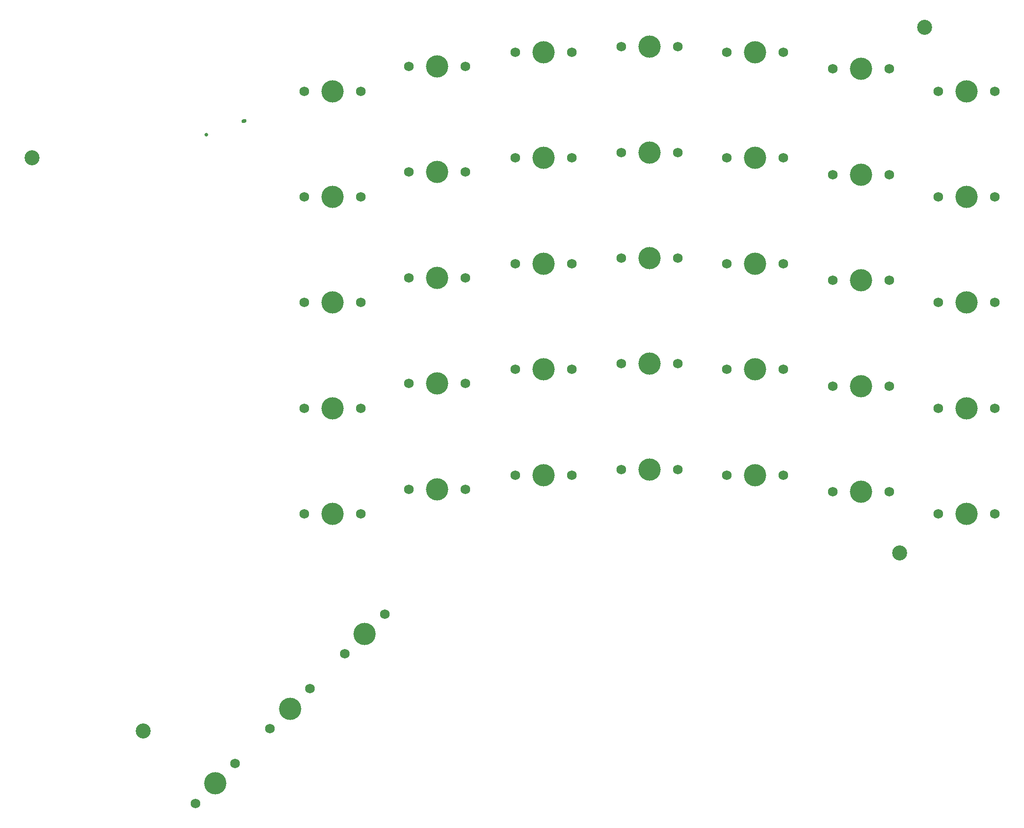
<source format=gbr>
%TF.GenerationSoftware,KiCad,Pcbnew,(6.0.7-1)-1*%
%TF.CreationDate,2022-10-21T15:59:09-04:00*%
%TF.ProjectId,Splitboard-B,53706c69-7462-46f6-9172-642d422e6b69,rev?*%
%TF.SameCoordinates,Original*%
%TF.FileFunction,NonPlated,1,2,NPTH,Mixed*%
%TF.FilePolarity,Positive*%
%FSLAX46Y46*%
G04 Gerber Fmt 4.6, Leading zero omitted, Abs format (unit mm)*
G04 Created by KiCad (PCBNEW (6.0.7-1)-1) date 2022-10-21 15:59:09*
%MOMM*%
%LPD*%
G01*
G04 APERTURE LIST*
G04 Aperture macros list*
%AMHorizOval*
0 Thick line with rounded ends*
0 $1 width*
0 $2 $3 position (X,Y) of the first rounded end (center of the circle)*
0 $4 $5 position (X,Y) of the second rounded end (center of the circle)*
0 Add line between two ends*
20,1,$1,$2,$3,$4,$5,0*
0 Add two circle primitives to create the rounded ends*
1,1,$1,$2,$3*
1,1,$1,$4,$5*%
G04 Aperture macros list end*
%TA.AperFunction,ComponentDrill*%
%ADD10C,0.650000*%
%TD*%
G04 aperture for slot hole*
%TA.AperFunction,ComponentDrill*%
%ADD11HorizOval,0.650000X0.140954X0.051303X-0.140954X-0.051303X0*%
%TD*%
%TA.AperFunction,ComponentDrill*%
%ADD12C,1.750000*%
%TD*%
%TA.AperFunction,ComponentDrill*%
%ADD13C,2.700000*%
%TD*%
%TA.AperFunction,ComponentDrill*%
%ADD14C,4.000000*%
%TD*%
G04 APERTURE END LIST*
D10*
%TO.C,J1*%
X82358314Y-52828332D03*
D11*
X89124101Y-50365787D03*
D12*
%TO.C,K36*%
X80368134Y-173027130D03*
X87552338Y-165842926D03*
%TO.C,K37*%
X93803163Y-159592102D03*
%TO.C,K1*%
X99920000Y-45000000D03*
%TO.C,K8*%
X99920000Y-64000000D03*
%TO.C,K15*%
X99920000Y-83000000D03*
%TO.C,K22*%
X99920000Y-102000000D03*
%TO.C,K29*%
X99920000Y-121000000D03*
%TO.C,K37*%
X100987367Y-152407898D03*
%TO.C,K38*%
X107238192Y-146157073D03*
%TO.C,K1*%
X110080000Y-45000000D03*
%TO.C,K8*%
X110080000Y-64000000D03*
%TO.C,K15*%
X110080000Y-83000000D03*
%TO.C,K22*%
X110080000Y-102000000D03*
%TO.C,K29*%
X110080000Y-121000000D03*
%TO.C,K38*%
X114422396Y-138972869D03*
%TO.C,K2*%
X118730000Y-40540000D03*
%TO.C,K9*%
X118730000Y-59540000D03*
%TO.C,K16*%
X118730000Y-78540000D03*
%TO.C,K23*%
X118730000Y-97540000D03*
%TO.C,K30*%
X118730000Y-116540000D03*
%TO.C,K2*%
X128890000Y-40540000D03*
%TO.C,K9*%
X128890000Y-59540000D03*
%TO.C,K16*%
X128890000Y-78540000D03*
%TO.C,K23*%
X128890000Y-97540000D03*
%TO.C,K30*%
X128890000Y-116540000D03*
%TO.C,K3*%
X137920000Y-38000000D03*
%TO.C,K10*%
X137920000Y-57000000D03*
%TO.C,K17*%
X137920000Y-76000000D03*
%TO.C,K24*%
X137920000Y-95000000D03*
%TO.C,K31*%
X137920000Y-114000000D03*
%TO.C,K3*%
X148080000Y-38000000D03*
%TO.C,K10*%
X148080000Y-57000000D03*
%TO.C,K17*%
X148080000Y-76000000D03*
%TO.C,K24*%
X148080000Y-95000000D03*
%TO.C,K31*%
X148080000Y-114000000D03*
%TO.C,K4*%
X156920000Y-37000000D03*
%TO.C,K11*%
X156920000Y-56000000D03*
%TO.C,K18*%
X156920000Y-75000000D03*
%TO.C,K25*%
X156920000Y-94000000D03*
%TO.C,K32*%
X156920000Y-113000000D03*
%TO.C,K4*%
X167080000Y-37000000D03*
%TO.C,K11*%
X167080000Y-56000000D03*
%TO.C,K18*%
X167080000Y-75000000D03*
%TO.C,K25*%
X167080000Y-94000000D03*
%TO.C,K32*%
X167080000Y-113000000D03*
%TO.C,K5*%
X175920000Y-38000000D03*
%TO.C,K12*%
X175920000Y-57000000D03*
%TO.C,K19*%
X175920000Y-76000000D03*
%TO.C,K26*%
X175920000Y-95000000D03*
%TO.C,K33*%
X175920000Y-114000000D03*
%TO.C,K5*%
X186080000Y-38000000D03*
%TO.C,K12*%
X186080000Y-57000000D03*
%TO.C,K19*%
X186080000Y-76000000D03*
%TO.C,K26*%
X186080000Y-95000000D03*
%TO.C,K33*%
X186080000Y-114000000D03*
%TO.C,K6*%
X194920000Y-41000000D03*
%TO.C,K13*%
X194920000Y-60000000D03*
%TO.C,K20*%
X194920000Y-79000000D03*
%TO.C,K27*%
X194920000Y-98000000D03*
%TO.C,K34*%
X194920000Y-117000000D03*
%TO.C,K6*%
X205080000Y-41000000D03*
%TO.C,K13*%
X205080000Y-60000000D03*
%TO.C,K20*%
X205080000Y-79000000D03*
%TO.C,K27*%
X205080000Y-98000000D03*
%TO.C,K34*%
X205080000Y-117000000D03*
%TO.C,K7*%
X213920000Y-45000000D03*
%TO.C,K14*%
X213920000Y-64000000D03*
%TO.C,K21*%
X213920000Y-83000000D03*
%TO.C,K28*%
X213920000Y-102000000D03*
%TO.C,K35*%
X213920000Y-121000000D03*
%TO.C,K7*%
X224080000Y-45000000D03*
%TO.C,K14*%
X224080000Y-64000000D03*
%TO.C,K21*%
X224080000Y-83000000D03*
%TO.C,K28*%
X224080000Y-102000000D03*
%TO.C,K35*%
X224080000Y-121000000D03*
D13*
%TO.C,H1*%
X51000000Y-57000000D03*
%TO.C,H3*%
X71000000Y-160000000D03*
%TO.C,H4*%
X207000000Y-128000000D03*
%TO.C,H2*%
X211500000Y-33500000D03*
D14*
%TO.C,K36*%
X83960236Y-169435028D03*
%TO.C,K37*%
X97395265Y-156000000D03*
%TO.C,K1*%
X105000000Y-45000000D03*
%TO.C,K8*%
X105000000Y-64000000D03*
%TO.C,K15*%
X105000000Y-83000000D03*
%TO.C,K22*%
X105000000Y-102000000D03*
%TO.C,K29*%
X105000000Y-121000000D03*
%TO.C,K38*%
X110830294Y-142564971D03*
%TO.C,K2*%
X123810000Y-40540000D03*
%TO.C,K9*%
X123810000Y-59540000D03*
%TO.C,K16*%
X123810000Y-78540000D03*
%TO.C,K23*%
X123810000Y-97540000D03*
%TO.C,K30*%
X123810000Y-116540000D03*
%TO.C,K3*%
X143000000Y-38000000D03*
%TO.C,K10*%
X143000000Y-57000000D03*
%TO.C,K17*%
X143000000Y-76000000D03*
%TO.C,K24*%
X143000000Y-95000000D03*
%TO.C,K31*%
X143000000Y-114000000D03*
%TO.C,K4*%
X162000000Y-37000000D03*
%TO.C,K11*%
X162000000Y-56000000D03*
%TO.C,K18*%
X162000000Y-75000000D03*
%TO.C,K25*%
X162000000Y-94000000D03*
%TO.C,K32*%
X162000000Y-113000000D03*
%TO.C,K5*%
X181000000Y-38000000D03*
%TO.C,K12*%
X181000000Y-57000000D03*
%TO.C,K19*%
X181000000Y-76000000D03*
%TO.C,K26*%
X181000000Y-95000000D03*
%TO.C,K33*%
X181000000Y-114000000D03*
%TO.C,K6*%
X200000000Y-41000000D03*
%TO.C,K13*%
X200000000Y-60000000D03*
%TO.C,K20*%
X200000000Y-79000000D03*
%TO.C,K27*%
X200000000Y-98000000D03*
%TO.C,K34*%
X200000000Y-117000000D03*
%TO.C,K7*%
X219000000Y-45000000D03*
%TO.C,K14*%
X219000000Y-64000000D03*
%TO.C,K21*%
X219000000Y-83000000D03*
%TO.C,K28*%
X219000000Y-102000000D03*
%TO.C,K35*%
X219000000Y-121000000D03*
M02*

</source>
